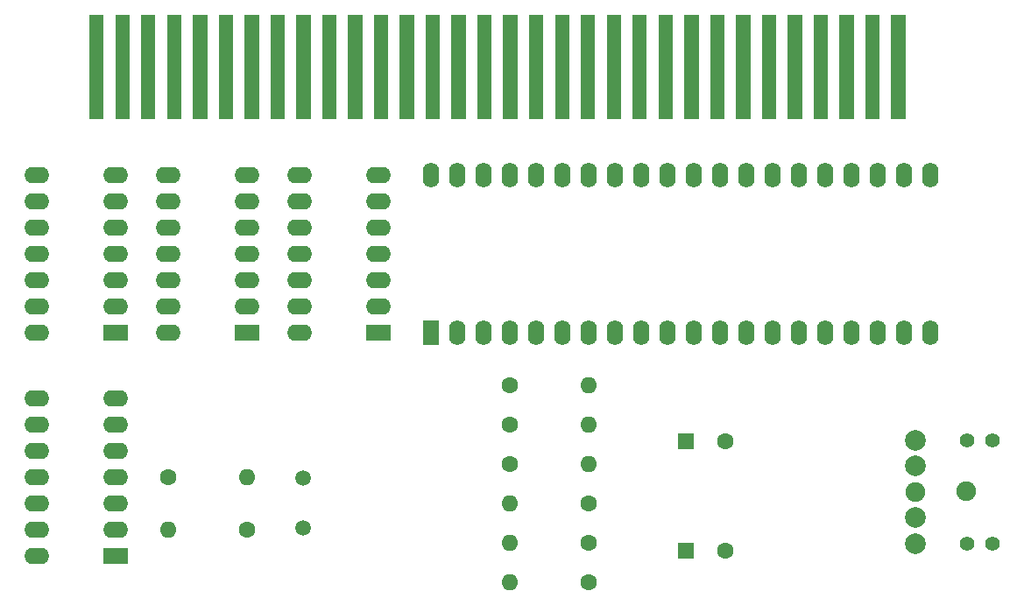
<source format=gbr>
%TF.GenerationSoftware,KiCad,Pcbnew,7.0.1*%
%TF.CreationDate,2023-07-19T12:38:44+03:00*%
%TF.ProjectId,deltaAY,64656c74-6141-4592-9e6b-696361645f70,rev?*%
%TF.SameCoordinates,Original*%
%TF.FileFunction,Soldermask,Top*%
%TF.FilePolarity,Negative*%
%FSLAX46Y46*%
G04 Gerber Fmt 4.6, Leading zero omitted, Abs format (unit mm)*
G04 Created by KiCad (PCBNEW 7.0.1) date 2023-07-19 12:38:44*
%MOMM*%
%LPD*%
G01*
G04 APERTURE LIST*
%ADD10C,0.120000*%
%ADD11R,2.400000X1.600000*%
%ADD12O,2.400000X1.600000*%
%ADD13R,1.600000X1.600000*%
%ADD14C,1.600000*%
%ADD15O,1.600000X1.600000*%
%ADD16C,1.400000*%
%ADD17C,1.900000*%
%ADD18C,2.000000*%
%ADD19C,1.500000*%
%ADD20R,1.600000X2.400000*%
%ADD21O,1.600000X2.400000*%
G04 APERTURE END LIST*
D10*
%TO.C,J1*%
X59692490Y-31189990D02*
X60992490Y-31189990D01*
X60992490Y-31189990D02*
X60992490Y-41189990D01*
X60992490Y-41189990D02*
X59692490Y-41189990D01*
X59692490Y-41189990D02*
X59692490Y-31189990D01*
G36*
X59692490Y-31189990D02*
G01*
X60992490Y-31189990D01*
X60992490Y-41189990D01*
X59692490Y-41189990D01*
X59692490Y-31189990D01*
G37*
X62192490Y-31189990D02*
X63492490Y-31189990D01*
X63492490Y-31189990D02*
X63492490Y-41189990D01*
X63492490Y-41189990D02*
X62192490Y-41189990D01*
X62192490Y-41189990D02*
X62192490Y-31189990D01*
G36*
X62192490Y-31189990D02*
G01*
X63492490Y-31189990D01*
X63492490Y-41189990D01*
X62192490Y-41189990D01*
X62192490Y-31189990D01*
G37*
X64692490Y-31189990D02*
X65992490Y-31189990D01*
X65992490Y-31189990D02*
X65992490Y-41189990D01*
X65992490Y-41189990D02*
X64692490Y-41189990D01*
X64692490Y-41189990D02*
X64692490Y-31189990D01*
G36*
X64692490Y-31189990D02*
G01*
X65992490Y-31189990D01*
X65992490Y-41189990D01*
X64692490Y-41189990D01*
X64692490Y-31189990D01*
G37*
X67192490Y-31189990D02*
X68492490Y-31189990D01*
X68492490Y-31189990D02*
X68492490Y-41189990D01*
X68492490Y-41189990D02*
X67192490Y-41189990D01*
X67192490Y-41189990D02*
X67192490Y-31189990D01*
G36*
X67192490Y-31189990D02*
G01*
X68492490Y-31189990D01*
X68492490Y-41189990D01*
X67192490Y-41189990D01*
X67192490Y-31189990D01*
G37*
X69692490Y-31189990D02*
X70992490Y-31189990D01*
X70992490Y-31189990D02*
X70992490Y-41189990D01*
X70992490Y-41189990D02*
X69692490Y-41189990D01*
X69692490Y-41189990D02*
X69692490Y-31189990D01*
G36*
X69692490Y-31189990D02*
G01*
X70992490Y-31189990D01*
X70992490Y-41189990D01*
X69692490Y-41189990D01*
X69692490Y-31189990D01*
G37*
X72192490Y-31189990D02*
X73492490Y-31189990D01*
X73492490Y-31189990D02*
X73492490Y-41189990D01*
X73492490Y-41189990D02*
X72192490Y-41189990D01*
X72192490Y-41189990D02*
X72192490Y-31189990D01*
G36*
X72192490Y-31189990D02*
G01*
X73492490Y-31189990D01*
X73492490Y-41189990D01*
X72192490Y-41189990D01*
X72192490Y-31189990D01*
G37*
X74692490Y-31189990D02*
X75992490Y-31189990D01*
X75992490Y-31189990D02*
X75992490Y-41189990D01*
X75992490Y-41189990D02*
X74692490Y-41189990D01*
X74692490Y-41189990D02*
X74692490Y-31189990D01*
G36*
X74692490Y-31189990D02*
G01*
X75992490Y-31189990D01*
X75992490Y-41189990D01*
X74692490Y-41189990D01*
X74692490Y-31189990D01*
G37*
X77192490Y-31189990D02*
X78492490Y-31189990D01*
X78492490Y-31189990D02*
X78492490Y-41189990D01*
X78492490Y-41189990D02*
X77192490Y-41189990D01*
X77192490Y-41189990D02*
X77192490Y-31189990D01*
G36*
X77192490Y-31189990D02*
G01*
X78492490Y-31189990D01*
X78492490Y-41189990D01*
X77192490Y-41189990D01*
X77192490Y-31189990D01*
G37*
X79692490Y-31189990D02*
X80992490Y-31189990D01*
X80992490Y-31189990D02*
X80992490Y-41189990D01*
X80992490Y-41189990D02*
X79692490Y-41189990D01*
X79692490Y-41189990D02*
X79692490Y-31189990D01*
G36*
X79692490Y-31189990D02*
G01*
X80992490Y-31189990D01*
X80992490Y-41189990D01*
X79692490Y-41189990D01*
X79692490Y-31189990D01*
G37*
X82192490Y-31189990D02*
X83492490Y-31189990D01*
X83492490Y-31189990D02*
X83492490Y-41189990D01*
X83492490Y-41189990D02*
X82192490Y-41189990D01*
X82192490Y-41189990D02*
X82192490Y-31189990D01*
G36*
X82192490Y-31189990D02*
G01*
X83492490Y-31189990D01*
X83492490Y-41189990D01*
X82192490Y-41189990D01*
X82192490Y-31189990D01*
G37*
X84692490Y-31189990D02*
X85992490Y-31189990D01*
X85992490Y-31189990D02*
X85992490Y-41189990D01*
X85992490Y-41189990D02*
X84692490Y-41189990D01*
X84692490Y-41189990D02*
X84692490Y-31189990D01*
G36*
X84692490Y-31189990D02*
G01*
X85992490Y-31189990D01*
X85992490Y-41189990D01*
X84692490Y-41189990D01*
X84692490Y-31189990D01*
G37*
X87192490Y-31189990D02*
X88492490Y-31189990D01*
X88492490Y-31189990D02*
X88492490Y-41189990D01*
X88492490Y-41189990D02*
X87192490Y-41189990D01*
X87192490Y-41189990D02*
X87192490Y-31189990D01*
G36*
X87192490Y-31189990D02*
G01*
X88492490Y-31189990D01*
X88492490Y-41189990D01*
X87192490Y-41189990D01*
X87192490Y-31189990D01*
G37*
X89692490Y-31189990D02*
X90992490Y-31189990D01*
X90992490Y-31189990D02*
X90992490Y-41189990D01*
X90992490Y-41189990D02*
X89692490Y-41189990D01*
X89692490Y-41189990D02*
X89692490Y-31189990D01*
G36*
X89692490Y-31189990D02*
G01*
X90992490Y-31189990D01*
X90992490Y-41189990D01*
X89692490Y-41189990D01*
X89692490Y-31189990D01*
G37*
X92192490Y-31189990D02*
X93492490Y-31189990D01*
X93492490Y-31189990D02*
X93492490Y-41189990D01*
X93492490Y-41189990D02*
X92192490Y-41189990D01*
X92192490Y-41189990D02*
X92192490Y-31189990D01*
G36*
X92192490Y-31189990D02*
G01*
X93492490Y-31189990D01*
X93492490Y-41189990D01*
X92192490Y-41189990D01*
X92192490Y-31189990D01*
G37*
X94692490Y-31189990D02*
X95992490Y-31189990D01*
X95992490Y-31189990D02*
X95992490Y-41189990D01*
X95992490Y-41189990D02*
X94692490Y-41189990D01*
X94692490Y-41189990D02*
X94692490Y-31189990D01*
G36*
X94692490Y-31189990D02*
G01*
X95992490Y-31189990D01*
X95992490Y-41189990D01*
X94692490Y-41189990D01*
X94692490Y-31189990D01*
G37*
X97192490Y-31189990D02*
X98492490Y-31189990D01*
X98492490Y-31189990D02*
X98492490Y-41189990D01*
X98492490Y-41189990D02*
X97192490Y-41189990D01*
X97192490Y-41189990D02*
X97192490Y-31189990D01*
G36*
X97192490Y-31189990D02*
G01*
X98492490Y-31189990D01*
X98492490Y-41189990D01*
X97192490Y-41189990D01*
X97192490Y-31189990D01*
G37*
X99692490Y-31189990D02*
X100992490Y-31189990D01*
X100992490Y-31189990D02*
X100992490Y-41189990D01*
X100992490Y-41189990D02*
X99692490Y-41189990D01*
X99692490Y-41189990D02*
X99692490Y-31189990D01*
G36*
X99692490Y-31189990D02*
G01*
X100992490Y-31189990D01*
X100992490Y-41189990D01*
X99692490Y-41189990D01*
X99692490Y-31189990D01*
G37*
X102192490Y-31189990D02*
X103492490Y-31189990D01*
X103492490Y-31189990D02*
X103492490Y-41189990D01*
X103492490Y-41189990D02*
X102192490Y-41189990D01*
X102192490Y-41189990D02*
X102192490Y-31189990D01*
G36*
X102192490Y-31189990D02*
G01*
X103492490Y-31189990D01*
X103492490Y-41189990D01*
X102192490Y-41189990D01*
X102192490Y-31189990D01*
G37*
X104692490Y-31189990D02*
X105992490Y-31189990D01*
X105992490Y-31189990D02*
X105992490Y-41189990D01*
X105992490Y-41189990D02*
X104692490Y-41189990D01*
X104692490Y-41189990D02*
X104692490Y-31189990D01*
G36*
X104692490Y-31189990D02*
G01*
X105992490Y-31189990D01*
X105992490Y-41189990D01*
X104692490Y-41189990D01*
X104692490Y-31189990D01*
G37*
X107192490Y-31189990D02*
X108492490Y-31189990D01*
X108492490Y-31189990D02*
X108492490Y-41189990D01*
X108492490Y-41189990D02*
X107192490Y-41189990D01*
X107192490Y-41189990D02*
X107192490Y-31189990D01*
G36*
X107192490Y-31189990D02*
G01*
X108492490Y-31189990D01*
X108492490Y-41189990D01*
X107192490Y-41189990D01*
X107192490Y-31189990D01*
G37*
X109692490Y-31189990D02*
X110992490Y-31189990D01*
X110992490Y-31189990D02*
X110992490Y-41189990D01*
X110992490Y-41189990D02*
X109692490Y-41189990D01*
X109692490Y-41189990D02*
X109692490Y-31189990D01*
G36*
X109692490Y-31189990D02*
G01*
X110992490Y-31189990D01*
X110992490Y-41189990D01*
X109692490Y-41189990D01*
X109692490Y-31189990D01*
G37*
X112192490Y-31189990D02*
X113492490Y-31189990D01*
X113492490Y-31189990D02*
X113492490Y-41189990D01*
X113492490Y-41189990D02*
X112192490Y-41189990D01*
X112192490Y-41189990D02*
X112192490Y-31189990D01*
G36*
X112192490Y-31189990D02*
G01*
X113492490Y-31189990D01*
X113492490Y-41189990D01*
X112192490Y-41189990D01*
X112192490Y-31189990D01*
G37*
X114692490Y-31189990D02*
X115992490Y-31189990D01*
X115992490Y-31189990D02*
X115992490Y-41189990D01*
X115992490Y-41189990D02*
X114692490Y-41189990D01*
X114692490Y-41189990D02*
X114692490Y-31189990D01*
G36*
X114692490Y-31189990D02*
G01*
X115992490Y-31189990D01*
X115992490Y-41189990D01*
X114692490Y-41189990D01*
X114692490Y-31189990D01*
G37*
X117192490Y-31189990D02*
X118492490Y-31189990D01*
X118492490Y-31189990D02*
X118492490Y-41189990D01*
X118492490Y-41189990D02*
X117192490Y-41189990D01*
X117192490Y-41189990D02*
X117192490Y-31189990D01*
G36*
X117192490Y-31189990D02*
G01*
X118492490Y-31189990D01*
X118492490Y-41189990D01*
X117192490Y-41189990D01*
X117192490Y-31189990D01*
G37*
X119692490Y-31189990D02*
X120992490Y-31189990D01*
X120992490Y-31189990D02*
X120992490Y-41189990D01*
X120992490Y-41189990D02*
X119692490Y-41189990D01*
X119692490Y-41189990D02*
X119692490Y-31189990D01*
G36*
X119692490Y-31189990D02*
G01*
X120992490Y-31189990D01*
X120992490Y-41189990D01*
X119692490Y-41189990D01*
X119692490Y-31189990D01*
G37*
X122192490Y-31189990D02*
X123492490Y-31189990D01*
X123492490Y-31189990D02*
X123492490Y-41189990D01*
X123492490Y-41189990D02*
X122192490Y-41189990D01*
X122192490Y-41189990D02*
X122192490Y-31189990D01*
G36*
X122192490Y-31189990D02*
G01*
X123492490Y-31189990D01*
X123492490Y-41189990D01*
X122192490Y-41189990D01*
X122192490Y-31189990D01*
G37*
X124692490Y-31189990D02*
X125992490Y-31189990D01*
X125992490Y-31189990D02*
X125992490Y-41189990D01*
X125992490Y-41189990D02*
X124692490Y-41189990D01*
X124692490Y-41189990D02*
X124692490Y-31189990D01*
G36*
X124692490Y-31189990D02*
G01*
X125992490Y-31189990D01*
X125992490Y-41189990D01*
X124692490Y-41189990D01*
X124692490Y-31189990D01*
G37*
X127192490Y-31189990D02*
X128492490Y-31189990D01*
X128492490Y-31189990D02*
X128492490Y-41189990D01*
X128492490Y-41189990D02*
X127192490Y-41189990D01*
X127192490Y-41189990D02*
X127192490Y-31189990D01*
G36*
X127192490Y-31189990D02*
G01*
X128492490Y-31189990D01*
X128492490Y-41189990D01*
X127192490Y-41189990D01*
X127192490Y-31189990D01*
G37*
X129692490Y-31189990D02*
X130992490Y-31189990D01*
X130992490Y-31189990D02*
X130992490Y-41189990D01*
X130992490Y-41189990D02*
X129692490Y-41189990D01*
X129692490Y-41189990D02*
X129692490Y-31189990D01*
G36*
X129692490Y-31189990D02*
G01*
X130992490Y-31189990D01*
X130992490Y-41189990D01*
X129692490Y-41189990D01*
X129692490Y-31189990D01*
G37*
X132192490Y-31189990D02*
X133492490Y-31189990D01*
X133492490Y-31189990D02*
X133492490Y-41189990D01*
X133492490Y-41189990D02*
X132192490Y-41189990D01*
X132192490Y-41189990D02*
X132192490Y-31189990D01*
G36*
X132192490Y-31189990D02*
G01*
X133492490Y-31189990D01*
X133492490Y-41189990D01*
X132192490Y-41189990D01*
X132192490Y-31189990D01*
G37*
X134692490Y-31189990D02*
X135992490Y-31189990D01*
X135992490Y-31189990D02*
X135992490Y-41189990D01*
X135992490Y-41189990D02*
X134692490Y-41189990D01*
X134692490Y-41189990D02*
X134692490Y-31189990D01*
G36*
X134692490Y-31189990D02*
G01*
X135992490Y-31189990D01*
X135992490Y-41189990D01*
X134692490Y-41189990D01*
X134692490Y-31189990D01*
G37*
X137192490Y-31189990D02*
X138492490Y-31189990D01*
X138492490Y-31189990D02*
X138492490Y-41189990D01*
X138492490Y-41189990D02*
X137192490Y-41189990D01*
X137192490Y-41189990D02*
X137192490Y-31189990D01*
G36*
X137192490Y-31189990D02*
G01*
X138492490Y-31189990D01*
X138492490Y-41189990D01*
X137192490Y-41189990D01*
X137192490Y-31189990D01*
G37*
%TD*%
D11*
%TO.C,U2*%
X74930000Y-61925200D03*
D12*
X74930000Y-59385200D03*
X74930000Y-56845200D03*
X74930000Y-54305200D03*
X74930000Y-51765200D03*
X74930000Y-49225200D03*
X74930000Y-46685200D03*
X67310000Y-46685200D03*
X67310000Y-49225200D03*
X67310000Y-51765200D03*
X67310000Y-54305200D03*
X67310000Y-56845200D03*
X67310000Y-59385200D03*
X67310000Y-61925200D03*
%TD*%
D13*
%TO.C,C2*%
X117322600Y-83007200D03*
D14*
X121122600Y-83007200D03*
%TD*%
D11*
%TO.C,U1*%
X62230000Y-61925200D03*
D12*
X62230000Y-59385200D03*
X62230000Y-56845200D03*
X62230000Y-54305200D03*
X62230000Y-51765200D03*
X62230000Y-49225200D03*
X62230000Y-46685200D03*
X54610000Y-46685200D03*
X54610000Y-49225200D03*
X54610000Y-51765200D03*
X54610000Y-54305200D03*
X54610000Y-56845200D03*
X54610000Y-59385200D03*
X54610000Y-61925200D03*
%TD*%
D13*
%TO.C,C1*%
X117322600Y-72390000D03*
D14*
X121122600Y-72390000D03*
%TD*%
%TO.C,R7*%
X107940000Y-82245200D03*
D15*
X100320000Y-82245200D03*
%TD*%
D14*
%TO.C,R2*%
X74930000Y-80975200D03*
D15*
X67310000Y-80975200D03*
%TD*%
D14*
%TO.C,R8*%
X107950000Y-86055200D03*
D15*
X100330000Y-86055200D03*
%TD*%
D14*
%TO.C,R3*%
X100320000Y-66965200D03*
D15*
X107940000Y-66965200D03*
%TD*%
D14*
%TO.C,R1*%
X67310000Y-75895200D03*
D15*
X74930000Y-75895200D03*
%TD*%
D14*
%TO.C,R6*%
X107950000Y-78435200D03*
D15*
X100330000Y-78435200D03*
%TD*%
D16*
%TO.C,J2*%
X146996800Y-82292200D03*
X146996800Y-72292200D03*
X144496800Y-82292200D03*
X144496800Y-72292200D03*
D17*
X139496800Y-77292200D03*
X144456800Y-77212200D03*
D18*
X139496800Y-82292200D03*
X139496800Y-79792200D03*
X139496800Y-74792200D03*
X139496800Y-72292200D03*
%TD*%
D11*
%TO.C,U5*%
X62245000Y-83515200D03*
D12*
X62245000Y-80975200D03*
X62245000Y-78435200D03*
X62245000Y-75895200D03*
X62245000Y-73355200D03*
X62245000Y-70815200D03*
X62245000Y-68275200D03*
X54625000Y-68275200D03*
X54625000Y-70815200D03*
X54625000Y-73355200D03*
X54625000Y-75895200D03*
X54625000Y-78435200D03*
X54625000Y-80975200D03*
X54625000Y-83515200D03*
%TD*%
D11*
%TO.C,U3*%
X87645000Y-61930200D03*
D12*
X87645000Y-59390200D03*
X87645000Y-56850200D03*
X87645000Y-54310200D03*
X87645000Y-51770200D03*
X87645000Y-49230200D03*
X87645000Y-46690200D03*
X80025000Y-46690200D03*
X80025000Y-49230200D03*
X80025000Y-51770200D03*
X80025000Y-54310200D03*
X80025000Y-56850200D03*
X80025000Y-59390200D03*
X80025000Y-61930200D03*
%TD*%
D14*
%TO.C,R5*%
X100330000Y-74625200D03*
D15*
X107950000Y-74625200D03*
%TD*%
D19*
%TO.C,Y1*%
X80361000Y-80834400D03*
X80361000Y-75934400D03*
%TD*%
D14*
%TO.C,R4*%
X100330000Y-70815200D03*
D15*
X107950000Y-70815200D03*
%TD*%
D20*
%TO.C,U4*%
X92710000Y-61925200D03*
D21*
X95250000Y-61925200D03*
X97790000Y-61925200D03*
X100330000Y-61925200D03*
X102870000Y-61925200D03*
X105410000Y-61925200D03*
X107950000Y-61925200D03*
X110490000Y-61925200D03*
X113030000Y-61925200D03*
X115570000Y-61925200D03*
X118110000Y-61925200D03*
X120650000Y-61925200D03*
X123190000Y-61925200D03*
X125730000Y-61925200D03*
X128270000Y-61925200D03*
X130810000Y-61925200D03*
X133350000Y-61925200D03*
X135890000Y-61925200D03*
X138430000Y-61925200D03*
X140970000Y-61925200D03*
X140970000Y-46685200D03*
X138430000Y-46685200D03*
X135890000Y-46685200D03*
X133350000Y-46685200D03*
X130810000Y-46685200D03*
X128270000Y-46685200D03*
X125730000Y-46685200D03*
X123190000Y-46685200D03*
X120650000Y-46685200D03*
X118110000Y-46685200D03*
X115570000Y-46685200D03*
X113030000Y-46685200D03*
X110490000Y-46685200D03*
X107950000Y-46685200D03*
X105410000Y-46685200D03*
X102870000Y-46685200D03*
X100330000Y-46685200D03*
X97790000Y-46685200D03*
X95250000Y-46685200D03*
X92710000Y-46685200D03*
%TD*%
M02*

</source>
